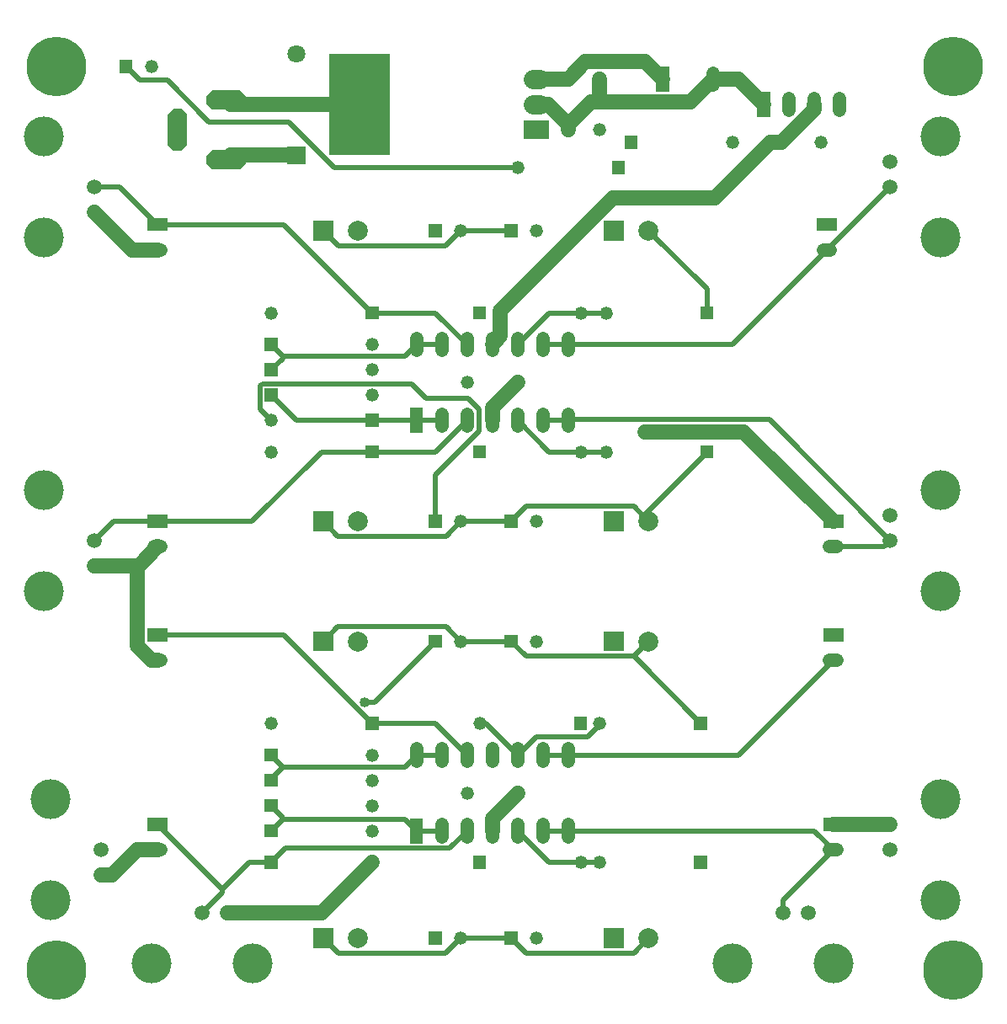
<source format=gbl>
%FSLAX24Y24*%
%MOIN*%
%ADD10C,0.0200*%
%ADD11C,0.0400*%
%ADD12C,0.0520*%
%ADD13C,0.0591*%
%ADD14C,0.0600*%
%ADD15C,0.0709*%
%ADD16C,0.0750*%
%ADD17C,0.0787*%
%ADD18C,0.1575*%
%ADD19C,0.2362*%
D10*
G01X10500Y23500D02*
X10049Y23950D01*
X10049Y23950D02*
X10049Y24855D01*
X10049Y24855D02*
X10147Y24952D01*
X10147Y24952D02*
X16052Y24952D01*
X16052Y24952D02*
X16635Y24370D01*
X16635Y24370D02*
X18281Y24370D01*
X18281Y24370D02*
X18717Y23933D01*
X18717Y23933D02*
X18717Y23061D01*
X18717Y23061D02*
X17000Y21344D01*
X17000Y21344D02*
X17000Y19500D01*
X6000Y15000D02*
X10987Y15000D01*
X10987Y15000D02*
X14487Y11500D01*
X14487Y11500D02*
X14499Y11500D01*
X18249Y10250D02*
X17000Y11500D01*
X17000Y11500D02*
X14499Y11500D01*
X6000Y31250D02*
X4500Y32750D01*
X4500Y32750D02*
X3500Y32750D01*
X14499Y27750D02*
X11000Y31250D01*
X11000Y31250D02*
X6000Y31250D01*
X18249Y26500D02*
X17000Y27750D01*
X17000Y27750D02*
X14499Y27750D01*
X8570Y4930D02*
X8570Y4820D01*
X8570Y4820D02*
X7750Y3999D01*
X6000Y7499D02*
X8570Y4930D01*
X10500Y6000D02*
X9640Y6000D01*
X9640Y6000D02*
X8570Y4930D01*
X18249Y7250D02*
X17559Y6559D01*
X17559Y6559D02*
X11059Y6559D01*
X11059Y6559D02*
X10500Y6000D01*
X25438Y31000D02*
X27750Y28688D01*
X27750Y28688D02*
X27750Y27750D01*
X18000Y31000D02*
X17407Y30407D01*
X17407Y30407D02*
X13153Y30407D01*
X13153Y30407D02*
X12561Y31000D01*
X20000Y31000D02*
X18000Y31000D01*
X32750Y6499D02*
X30750Y4500D01*
X30750Y4500D02*
X30750Y3999D01*
X22250Y7250D02*
X32000Y7250D01*
X32000Y7250D02*
X32750Y6499D01*
X22250Y7250D02*
X21250Y7250D01*
X22250Y26500D02*
X28750Y26500D01*
X28750Y26500D02*
X32500Y30249D01*
X21250Y26500D02*
X22250Y26500D01*
X32500Y30249D02*
X35000Y32750D01*
X18000Y14750D02*
X17414Y15335D01*
X17414Y15335D02*
X13146Y15335D01*
X13146Y15335D02*
X12561Y14750D01*
X20000Y14750D02*
X18000Y14750D01*
X24854Y14165D02*
X20584Y14165D01*
X20584Y14165D02*
X20000Y14750D01*
X25438Y14750D02*
X24854Y14165D01*
X24854Y14165D02*
X27500Y11519D01*
X27500Y11519D02*
X27500Y11500D01*
X17000Y14750D02*
X14602Y12352D01*
X14602Y12352D02*
X14185Y12352D01*
X10968Y9781D02*
X15781Y9781D01*
X15781Y9781D02*
X16249Y10250D01*
X10500Y10250D02*
X10968Y9781D01*
X10968Y9781D02*
X10500Y9312D01*
X10500Y9312D02*
X10500Y9250D01*
X17249Y10250D02*
X16249Y10250D01*
X10500Y24500D02*
X11500Y23500D01*
X11500Y23500D02*
X14499Y23500D01*
X16249Y23500D02*
X14499Y23500D01*
X17249Y23500D02*
X16249Y23500D01*
X14499Y22250D02*
X12485Y22250D01*
X12485Y22250D02*
X9735Y19500D01*
X9735Y19500D02*
X6000Y19500D01*
X3500Y18750D02*
X4250Y19500D01*
X4250Y19500D02*
X6000Y19500D01*
X18249Y23500D02*
X17000Y22250D01*
X17000Y22250D02*
X14499Y22250D01*
X22250Y10250D02*
X29000Y10250D01*
X29000Y10250D02*
X32750Y13999D01*
X21250Y10250D02*
X22250Y10250D01*
X10968Y7718D02*
X10500Y7250D01*
X16249Y7250D02*
X15781Y7718D01*
X15781Y7718D02*
X10968Y7718D01*
X10968Y7718D02*
X10968Y7781D01*
X10968Y7781D02*
X10500Y8250D01*
X17249Y7250D02*
X16249Y7250D01*
X22750Y22250D02*
X23750Y22250D01*
X20249Y23500D02*
X21500Y22250D01*
X21500Y22250D02*
X22750Y22250D01*
X20249Y33500D02*
X13006Y33500D01*
X13006Y33500D02*
X11199Y35306D01*
X11199Y35306D02*
X8040Y35306D01*
X8040Y35306D02*
X6387Y36960D01*
X6387Y36960D02*
X5289Y36960D01*
X5289Y36960D02*
X4750Y37500D01*
X22750Y6000D02*
X23500Y6000D01*
X20249Y7250D02*
X21500Y6000D01*
X21500Y6000D02*
X22750Y6000D01*
X22750Y27750D02*
X21500Y27750D01*
X21500Y27750D02*
X20249Y26500D01*
X23750Y27750D02*
X22750Y27750D01*
X35000Y18750D02*
X30222Y23527D01*
X30222Y23527D02*
X22277Y23527D01*
X22277Y23527D02*
X22250Y23500D01*
X32750Y18500D02*
X34750Y18500D01*
X34750Y18500D02*
X35000Y18750D01*
X21250Y23500D02*
X22250Y23500D01*
X18000Y3000D02*
X17398Y2398D01*
X17398Y2398D02*
X13162Y2398D01*
X13162Y2398D02*
X12561Y3000D01*
X20000Y3000D02*
X18000Y3000D01*
X20000Y3000D02*
X20583Y2416D01*
X20583Y2416D02*
X24855Y2416D01*
X24855Y2416D02*
X25438Y3000D01*
X10950Y26049D02*
X10500Y26500D01*
X16249Y26500D02*
X15799Y26049D01*
X15799Y26049D02*
X10950Y26049D01*
X10950Y26049D02*
X10950Y25950D01*
X10950Y25950D02*
X10500Y25500D01*
X16249Y26500D02*
X17249Y26500D01*
X25219Y19719D02*
X25438Y19500D01*
X20000Y19500D02*
X20590Y20090D01*
X20590Y20090D02*
X24848Y20090D01*
X24848Y20090D02*
X25219Y19719D01*
X27750Y22250D02*
X25219Y19719D01*
X18000Y19500D02*
X20000Y19500D01*
X18000Y19500D02*
X17416Y18916D01*
X17416Y18916D02*
X13144Y18916D01*
X13144Y18916D02*
X12561Y19500D01*
X23500Y11500D02*
X23500Y11443D01*
X23500Y11443D02*
X23042Y10986D01*
X23042Y10986D02*
X20986Y10986D01*
X20986Y10986D02*
X20249Y10250D01*
X18750Y11500D02*
X19000Y11500D01*
X19000Y11500D02*
X20249Y10250D01*
D11*
G01X14185Y12352D03*
X25299Y23037D03*
D12*
G01X23500Y34999D03*
X23500Y37000D03*
X22250Y37000D03*
X22250Y35000D03*
X5750Y37500D03*
X20249Y33500D03*
X28750Y34500D03*
X14500Y25500D03*
X23750Y27750D03*
X18000Y31000D03*
X21000Y31000D03*
X14500Y26500D03*
X22750Y27750D03*
X14500Y24500D03*
X23750Y22250D03*
X18000Y19500D03*
X21000Y19500D03*
X10500Y23500D03*
X22750Y22250D03*
X20250Y25000D03*
X18250Y25000D03*
X20250Y8749D03*
X18250Y8749D03*
X14500Y9250D03*
X23500Y11500D03*
X18000Y14750D03*
X21000Y14750D03*
X14500Y10250D03*
X18750Y11500D03*
X14500Y8250D03*
X14500Y7250D03*
X23500Y6000D03*
X18000Y3000D03*
X21000Y3000D03*
X22750Y6000D03*
X10500Y27750D03*
X10500Y22250D03*
X10500Y11500D03*
X14500Y6000D03*
X32250Y34500D03*
X30250Y34500D03*
X33000Y35760D02*
X33000Y36240D01*
X31000Y35760D02*
X31000Y36240D01*
X32000Y35760D02*
X32000Y36240D01*
X28000Y36759D02*
X28000Y37240D01*
X20249Y26260D02*
X20249Y26740D01*
X18249Y23260D02*
X18249Y23740D01*
X18249Y26260D02*
X18249Y26740D01*
X16249Y26260D02*
X16249Y26740D01*
X20249Y23260D02*
X20249Y23740D01*
X17250Y26260D02*
X17250Y26740D01*
X19250Y26260D02*
X19250Y26740D01*
X21250Y26260D02*
X21250Y26740D01*
X22250Y23260D02*
X22250Y23740D01*
X17250Y23260D02*
X17250Y23740D01*
X19250Y23260D02*
X19250Y23740D01*
X21250Y23260D02*
X21250Y23740D01*
X22250Y26260D02*
X22250Y26740D01*
X20249Y10010D02*
X20249Y10489D01*
X18249Y7009D02*
X18249Y7490D01*
X18249Y10010D02*
X18249Y10489D01*
X16249Y10010D02*
X16249Y10489D01*
X20249Y7009D02*
X20249Y7490D01*
X17250Y10010D02*
X17250Y10489D01*
X19250Y10010D02*
X19250Y10489D01*
X21250Y10010D02*
X21250Y10489D01*
X22250Y7009D02*
X22250Y7490D01*
X17250Y7009D02*
X17250Y7490D01*
X19250Y7009D02*
X19250Y7490D01*
X21250Y7009D02*
X21250Y7490D01*
X22250Y10010D02*
X22250Y10489D01*
X5860Y30250D02*
X6140Y30250D01*
X32360Y30250D02*
X32640Y30250D01*
X5860Y18500D02*
X6140Y18500D01*
X32610Y18500D02*
X32890Y18500D01*
X5860Y13999D02*
X6140Y13999D01*
X32610Y13999D02*
X32890Y13999D01*
X5860Y6499D02*
X6140Y6499D01*
X32610Y6499D02*
X32890Y6499D01*
D13*
G01X3500Y32750D03*
X3500Y31750D03*
X35000Y32750D03*
X35000Y33750D03*
X3500Y18750D03*
X3500Y17750D03*
X3750Y6500D03*
X3750Y5499D03*
X7750Y4000D03*
X8750Y4000D03*
X35000Y18750D03*
X35000Y19750D03*
X35000Y6500D03*
X35000Y7500D03*
X30750Y4000D03*
X31750Y4000D03*
D14*
G01X11499Y33987D02*
X8883Y33987D01*
X8883Y33987D02*
X8714Y33818D01*
X26000Y37000D02*
X25309Y37690D01*
X25309Y37690D02*
X22940Y37690D01*
X22940Y37690D02*
X22250Y37000D01*
X20250Y8749D02*
X19250Y7750D01*
X19250Y7750D02*
X19250Y7250D01*
X20250Y25000D02*
X19250Y24000D01*
X19250Y24000D02*
X19250Y23500D01*
X21000Y37000D02*
X22250Y37000D01*
X32750Y19500D02*
X29212Y23037D01*
X29212Y23037D02*
X25299Y23037D01*
X6000Y6499D02*
X5202Y6500D01*
X5202Y6500D02*
X4202Y5500D01*
X4202Y5500D02*
X3750Y5499D01*
X6000Y30249D02*
X5000Y30250D01*
X5000Y30250D02*
X3500Y31750D01*
X23500Y36109D02*
X23158Y36109D01*
X23158Y36109D02*
X22250Y35201D01*
X28000Y37000D02*
X27109Y36109D01*
X27109Y36109D02*
X23500Y36109D01*
X23500Y36109D02*
X23500Y37000D01*
X22250Y35201D02*
X22250Y35000D01*
X21000Y36000D02*
X21451Y36000D01*
X21451Y36000D02*
X22250Y35201D01*
X5200Y17750D02*
X3500Y17750D01*
X6000Y18500D02*
X5250Y17750D01*
X5250Y17750D02*
X5200Y17750D01*
X5200Y17750D02*
X5200Y14564D01*
X5200Y14564D02*
X5765Y14000D01*
X5765Y14000D02*
X6000Y13999D01*
X32750Y7499D02*
X35000Y7500D01*
X14500Y6000D02*
X12500Y4000D01*
X12500Y4000D02*
X8750Y3999D01*
X28000Y37000D02*
X29000Y37000D01*
X29000Y37000D02*
X30000Y36000D01*
X14000Y36000D02*
X8895Y36000D01*
X8895Y36000D02*
X8714Y36181D01*
X30250Y34500D02*
X28066Y32316D01*
X28066Y32316D02*
X24037Y32316D01*
X24037Y32316D02*
X19572Y27851D01*
X19572Y27851D02*
X19572Y26822D01*
X19572Y26822D02*
X19250Y26500D01*
X32000Y36000D02*
X32000Y35816D01*
X32000Y35816D02*
X30683Y34500D01*
X30683Y34500D02*
X30250Y34500D01*
D15*
G01X11500Y38012D03*
D16*
G01X21125Y37000D02*
X20875Y37000D01*
X21125Y36000D02*
X20875Y36000D01*
D17*
G01X13938Y31000D03*
X25438Y31000D03*
X13938Y19500D03*
X25438Y19500D03*
X25438Y14750D03*
X25438Y3000D03*
X13938Y3000D03*
X13938Y14750D03*
D18*
G01X1500Y34750D03*
X1500Y30750D03*
X37000Y30750D03*
X37000Y34750D03*
X1500Y20749D03*
X1500Y16750D03*
X1750Y8500D03*
X1750Y4500D03*
X5750Y2000D03*
X9750Y2000D03*
X37000Y16750D03*
X37000Y20750D03*
X37000Y4500D03*
X37000Y8500D03*
X28750Y2000D03*
X32750Y2000D03*
D19*
G01X2000Y37500D03*
X37500Y37500D03*
X2000Y1750D03*
X37500Y1750D03*
G36*
X9501Y36018D02*G01*
X9271Y35787D01*X8157Y35787D01*X7927Y36018D01*X7927Y36344D01*X8157Y36574D01*X9271Y36574D01*X9501Y36344D01*G37*
G36*
X9501Y33655D02*G01*
X9271Y33425D01*X8157Y33425D01*X7927Y33655D01*X7927Y33981D01*X8157Y34212D01*X9271Y34212D01*X9501Y33981D01*G37*
G36*
X7179Y34403D02*G01*
X6948Y34173D01*X6622Y34173D01*X6391Y34403D01*X6391Y35596D01*X6622Y35826D01*X6948Y35826D01*X7179Y35596D01*G37*
G36*
X11145Y34341D02*G01*
X11145Y33633D01*X11854Y33633D01*X11854Y34341D01*G37*
G36*
X12800Y37999D02*G01*
X12800Y34000D01*X15200Y34000D01*X15200Y37999D01*G37*
G36*
X20500Y35375D02*G01*
X20500Y34625D01*X21500Y34625D01*X21500Y35375D01*G37*
G36*
X5010Y37760D02*G01*
X4490Y37760D01*X4490Y37240D01*X5010Y37240D01*G37*
G36*
X23989Y33240D02*G01*
X24509Y33240D01*X24509Y33760D01*X23989Y33760D01*G37*
G36*
X30260Y36499D02*G01*
X29740Y36499D01*X29740Y35499D01*X30260Y35499D01*G37*
G36*
X25010Y34760D02*G01*
X24490Y34760D01*X24490Y34240D01*X25010Y34240D01*G37*
G36*
X26260Y37500D02*G01*
X25740Y37500D01*X25740Y36499D01*X26260Y36499D01*G37*
G36*
X16509Y24000D02*G01*
X15989Y24000D01*X15989Y23000D01*X16509Y23000D01*G37*
G36*
X16509Y7750D02*G01*
X15989Y7750D01*X15989Y6749D01*X16509Y6749D01*G37*
G36*
X10760Y25760D02*G01*
X10240Y25760D01*X10240Y25240D01*X10760Y25240D01*G37*
G36*
X27490Y27490D02*G01*
X28010Y27490D01*X28010Y28010D01*X27490Y28010D01*G37*
G36*
X17260Y31259D02*G01*
X16740Y31259D01*X16740Y30739D01*X17260Y30739D01*G37*
G36*
X20259Y31259D02*G01*
X19739Y31259D01*X19739Y30739D01*X20259Y30739D01*G37*
G36*
X10760Y26760D02*G01*
X10240Y26760D01*X10240Y26240D01*X10760Y26240D01*G37*
G36*
X19010Y28010D02*G01*
X18490Y28010D01*X18490Y27490D01*X19010Y27490D01*G37*
G36*
X10760Y24760D02*G01*
X10240Y24760D01*X10240Y24240D01*X10760Y24240D01*G37*
G36*
X27490Y21989D02*G01*
X28010Y21989D01*X28010Y22509D01*X27490Y22509D01*G37*
G36*
X17260Y19760D02*G01*
X16740Y19760D01*X16740Y19240D01*X17260Y19240D01*G37*
G36*
X20259Y19760D02*G01*
X19739Y19760D01*X19739Y19240D01*X20259Y19240D01*G37*
G36*
X14239Y23239D02*G01*
X14760Y23239D01*X14760Y23759D01*X14239Y23759D01*G37*
G36*
X19010Y22510D02*G01*
X18490Y22510D01*X18490Y21990D01*X19010Y21990D01*G37*
G36*
X10760Y9510D02*G01*
X10240Y9510D01*X10240Y8990D01*X10760Y8990D01*G37*
G36*
X27239Y11240D02*G01*
X27759Y11240D01*X27759Y11760D01*X27239Y11760D01*G37*
G36*
X17260Y15010D02*G01*
X16740Y15010D01*X16740Y14490D01*X17260Y14490D01*G37*
G36*
X20259Y15010D02*G01*
X19739Y15010D01*X19739Y14490D01*X20259Y14490D01*G37*
G36*
X10760Y10510D02*G01*
X10240Y10510D01*X10240Y9990D01*X10760Y9990D01*G37*
G36*
X22490Y11240D02*G01*
X23010Y11240D01*X23010Y11760D01*X22490Y11760D01*G37*
G36*
X10760Y8510D02*G01*
X10240Y8510D01*X10240Y7990D01*X10760Y7990D01*G37*
G36*
X10760Y7510D02*G01*
X10240Y7510D01*X10240Y6990D01*X10760Y6990D01*G37*
G36*
X27239Y5740D02*G01*
X27759Y5740D01*X27759Y6260D01*X27239Y6260D01*G37*
G36*
X17260Y3260D02*G01*
X16740Y3260D01*X16740Y2740D01*X17260Y2740D01*G37*
G36*
X20259Y3260D02*G01*
X19739Y3260D01*X19739Y2740D01*X20259Y2740D01*G37*
G36*
X19010Y6260D02*G01*
X18490Y6260D01*X18490Y5740D01*X19010Y5740D01*G37*
G36*
X14239Y27490D02*G01*
X14760Y27490D01*X14760Y28010D01*X14239Y28010D01*G37*
G36*
X14239Y21989D02*G01*
X14760Y21989D01*X14760Y22509D01*X14239Y22509D01*G37*
G36*
X14239Y11240D02*G01*
X14760Y11240D01*X14760Y11760D01*X14239Y11760D01*G37*
G36*
X10760Y6260D02*G01*
X10240Y6260D01*X10240Y5740D01*X10760Y5740D01*G37*
G36*
X12954Y31393D02*G01*
X12167Y31393D01*X12167Y30606D01*X12954Y30606D01*G37*
G36*
X24454Y31393D02*G01*
X23667Y31393D01*X23667Y30606D01*X24454Y30606D01*G37*
G36*
X12954Y19893D02*G01*
X12167Y19893D01*X12167Y19106D01*X12954Y19106D01*G37*
G36*
X24454Y19893D02*G01*
X23667Y19893D01*X23667Y19106D01*X24454Y19106D01*G37*
G36*
X24454Y15143D02*G01*
X23667Y15143D01*X23667Y14356D01*X24454Y14356D01*G37*
G36*
X24454Y3393D02*G01*
X23667Y3393D01*X23667Y2606D01*X24454Y2606D01*G37*
G36*
X12954Y3393D02*G01*
X12167Y3393D01*X12167Y2606D01*X12954Y2606D01*G37*
G36*
X12954Y15143D02*G01*
X12167Y15143D01*X12167Y14356D01*X12954Y14356D01*G37*
G36*
X6400Y30990D02*G01*
X6400Y31510D01*X5600Y31510D01*X5600Y30990D01*G37*
G36*
X32900Y30990D02*G01*
X32900Y31510D01*X32100Y31510D01*X32100Y30990D01*G37*
G36*
X6400Y19240D02*G01*
X6400Y19760D01*X5600Y19760D01*X5600Y19240D01*G37*
G36*
X33150Y19240D02*G01*
X33150Y19760D01*X32350Y19760D01*X32350Y19240D01*G37*
G36*
X6400Y14739D02*G01*
X6400Y15259D01*X5600Y15259D01*X5600Y14739D01*G37*
G36*
X33150Y14739D02*G01*
X33150Y15259D01*X32350Y15259D01*X32350Y14739D01*G37*
G36*
X6400Y7239D02*G01*
X6400Y7759D01*X5600Y7759D01*X5600Y7239D01*G37*
G36*
X33150Y7239D02*G01*
X33150Y7759D01*X32350Y7759D01*X32350Y7239D01*G37*
M02*

</source>
